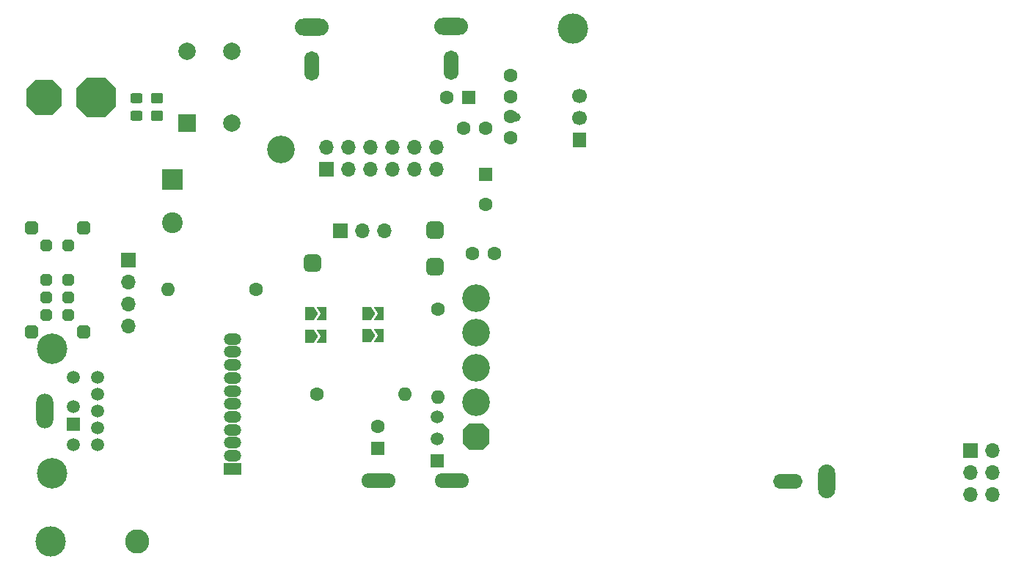
<source format=gts>
%TF.GenerationSoftware,KiCad,Pcbnew,(6.0.1)*%
%TF.CreationDate,2022-03-11T03:42:55-07:00*%
%TF.ProjectId,Power PCB Ver C -  TH - RF is 9 Pin Genesis Port V2,506f7765-7220-4504-9342-205665722043,rev?*%
%TF.SameCoordinates,Original*%
%TF.FileFunction,Soldermask,Top*%
%TF.FilePolarity,Negative*%
%FSLAX46Y46*%
G04 Gerber Fmt 4.6, Leading zero omitted, Abs format (unit mm)*
G04 Created by KiCad (PCBNEW (6.0.1)) date 2022-03-11 03:42:55*
%MOMM*%
%LPD*%
G01*
G04 APERTURE LIST*
G04 Aperture macros list*
%AMRoundRect*
0 Rectangle with rounded corners*
0 $1 Rounding radius*
0 $2 $3 $4 $5 $6 $7 $8 $9 X,Y pos of 4 corners*
0 Add a 4 corners polygon primitive as box body*
4,1,4,$2,$3,$4,$5,$6,$7,$8,$9,$2,$3,0*
0 Add four circle primitives for the rounded corners*
1,1,$1+$1,$2,$3*
1,1,$1+$1,$4,$5*
1,1,$1+$1,$6,$7*
1,1,$1+$1,$8,$9*
0 Add four rect primitives between the rounded corners*
20,1,$1+$1,$2,$3,$4,$5,0*
20,1,$1+$1,$4,$5,$6,$7,0*
20,1,$1+$1,$6,$7,$8,$9,0*
20,1,$1+$1,$8,$9,$2,$3,0*%
%AMOutline5P*
0 Free polygon, 5 corners , with rotation*
0 The origin of the aperture is its center*
0 number of corners: always 5*
0 $1 to $10 corner X, Y*
0 $11 Rotation angle, in degrees counterclockwise*
0 create outline with 5 corners*
4,1,5,$1,$2,$3,$4,$5,$6,$7,$8,$9,$10,$1,$2,$11*%
%AMOutline6P*
0 Free polygon, 6 corners , with rotation*
0 The origin of the aperture is its center*
0 number of corners: always 6*
0 $1 to $12 corner X, Y*
0 $13 Rotation angle, in degrees counterclockwise*
0 create outline with 6 corners*
4,1,6,$1,$2,$3,$4,$5,$6,$7,$8,$9,$10,$11,$12,$1,$2,$13*%
%AMOutline7P*
0 Free polygon, 7 corners , with rotation*
0 The origin of the aperture is its center*
0 number of corners: always 7*
0 $1 to $14 corner X, Y*
0 $15 Rotation angle, in degrees counterclockwise*
0 create outline with 7 corners*
4,1,7,$1,$2,$3,$4,$5,$6,$7,$8,$9,$10,$11,$12,$13,$14,$1,$2,$15*%
%AMOutline8P*
0 Free polygon, 8 corners , with rotation*
0 The origin of the aperture is its center*
0 number of corners: always 8*
0 $1 to $16 corner X, Y*
0 $17 Rotation angle, in degrees counterclockwise*
0 create outline with 8 corners*
4,1,8,$1,$2,$3,$4,$5,$6,$7,$8,$9,$10,$11,$12,$13,$14,$15,$16,$1,$2,$17*%
%AMFreePoly0*
4,1,6,1.000000,0.000000,0.500000,-0.750000,-0.500000,-0.750000,-0.500000,0.750000,0.500000,0.750000,1.000000,0.000000,1.000000,0.000000,$1*%
%AMFreePoly1*
4,1,6,0.500000,-0.750000,-0.650000,-0.750000,-0.150000,0.000000,-0.650000,0.750000,0.500000,0.750000,0.500000,-0.750000,0.500000,-0.750000,$1*%
G04 Aperture macros list end*
%ADD10O,4.000000X1.700000*%
%ADD11R,1.600000X1.600000*%
%ADD12C,1.600000*%
%ADD13R,1.599997X1.700000*%
%ADD14C,1.700000*%
%ADD15C,1.000000*%
%ADD16C,1.500000*%
%ADD17R,1.500000X1.500000*%
%ADD18R,2.400000X2.400000*%
%ADD19C,2.400000*%
%ADD20R,1.700000X1.700000*%
%ADD21O,1.700000X1.700000*%
%ADD22O,1.600000X1.600000*%
%ADD23O,1.950000X3.900000*%
%ADD24O,3.400000X1.700000*%
%ADD25RoundRect,0.500000X-0.500000X-0.500000X0.500000X-0.500000X0.500000X0.500000X-0.500000X0.500000X0*%
%ADD26Outline8P,-2.000000X1.000000X-1.000000X2.000000X1.000000X2.000000X2.000000X1.000000X2.000000X-1.000000X1.000000X-2.000000X-1.000000X-2.000000X-2.000000X-1.000000X0.000000*%
%ADD27Outline8P,-2.250000X1.125000X-1.125000X2.250000X1.125000X2.250000X2.250000X1.125000X2.250000X-1.125000X1.125000X-2.250000X-1.125000X-2.250000X-2.250000X-1.125000X0.000000*%
%ADD28FreePoly0,0.000000*%
%ADD29FreePoly1,0.000000*%
%ADD30R,2.000000X1.350000*%
%ADD31O,2.000000X1.350000*%
%ADD32R,1.508000X1.508000*%
%ADD33C,1.508000*%
%ADD34C,3.516000*%
%ADD35O,2.000000X4.000000*%
%ADD36RoundRect,0.250000X0.450000X-0.350000X0.450000X0.350000X-0.450000X0.350000X-0.450000X-0.350000X0*%
%ADD37R,2.000000X2.000000*%
%ADD38C,2.000000*%
%ADD39O,3.900000X1.950000*%
%ADD40O,1.700000X3.400000*%
%ADD41C,3.500000*%
%ADD42C,3.200000*%
%ADD43Outline8P,-1.550000X0.775000X-0.775000X1.550000X0.775000X1.550000X1.550000X0.775000X1.550000X-0.775000X0.775000X-1.550000X-0.775000X-1.550000X-1.550000X-0.775000X90.000000*%
%ADD44C,2.800000*%
%ADD45Outline8P,-0.700000X0.350000X-0.350000X0.700000X0.350000X0.700000X0.700000X0.350000X0.700000X-0.350000X0.350000X-0.700000X-0.350000X-0.700000X-0.700000X-0.350000X270.000000*%
%ADD46Outline8P,-0.800000X0.400000X-0.400000X0.800000X0.400000X0.800000X0.800000X0.400000X0.800000X-0.400000X0.400000X-0.800000X-0.400000X-0.800000X-0.800000X-0.400000X270.000000*%
%ADD47Outline8P,-0.800000X0.400000X-0.400000X0.800000X0.400000X0.800000X0.800000X0.400000X0.800000X-0.400000X0.400000X-0.800000X-0.400000X-0.800000X-0.800000X-0.400000X90.000000*%
%ADD48RoundRect,0.250000X-0.450000X0.325000X-0.450000X-0.325000X0.450000X-0.325000X0.450000X0.325000X0*%
G04 APERTURE END LIST*
D10*
%TO.C,J13*%
X166426100Y-129393600D03*
%TD*%
%TO.C,J13*%
X158026100Y-129393600D03*
%TD*%
D11*
%TO.C,C3*%
X170376100Y-93990949D03*
D12*
X170376100Y-97490949D03*
%TD*%
D13*
%TO.C,U1*%
X181226100Y-90033600D03*
D14*
X181226100Y-87493600D03*
X181226100Y-84953600D03*
%TD*%
D15*
%TO.C,REF\u002A\u002A*%
X173876100Y-87393600D03*
%TD*%
D16*
%TO.C,Q1*%
X164736100Y-122053600D03*
X164736100Y-124593600D03*
D17*
X164736100Y-127133600D03*
%TD*%
D18*
%TO.C,C1*%
X134226100Y-94569641D03*
D19*
X134226100Y-99569641D03*
%TD*%
D11*
%TO.C,C7*%
X168401100Y-85143600D03*
D12*
X165901100Y-85143600D03*
%TD*%
D20*
%TO.C,J16*%
X153586100Y-100493600D03*
D21*
X156126100Y-100493600D03*
X158666100Y-100493600D03*
%TD*%
D12*
%TO.C,R2*%
X164876100Y-109563600D03*
D22*
X164876100Y-119723600D03*
%TD*%
D20*
%TO.C,J14*%
X226326100Y-125899600D03*
D21*
X228866100Y-125899600D03*
X226326100Y-128439600D03*
X228866100Y-128439600D03*
X226326100Y-130979600D03*
X228866100Y-130979600D03*
%TD*%
D23*
%TO.C,J19*%
X209726100Y-129499600D03*
D24*
X205226100Y-129499600D03*
%TD*%
D25*
%TO.C,J12*%
X150376100Y-104243600D03*
%TD*%
%TO.C,J10*%
X164526100Y-104643600D03*
%TD*%
D20*
%TO.C,J6*%
X151976100Y-93418600D03*
D21*
X151976100Y-90878600D03*
X154516100Y-93418600D03*
X154516100Y-90878600D03*
X157056100Y-93418600D03*
X157056100Y-90878600D03*
X159596100Y-93418600D03*
X159596100Y-90878600D03*
X162136100Y-93418600D03*
X162136100Y-90878600D03*
X164676100Y-93418600D03*
X164676100Y-90878600D03*
%TD*%
D26*
%TO.C,J1*%
X119426100Y-85113598D03*
D27*
X125426102Y-85113598D03*
%TD*%
D28*
%TO.C,RJV-EXT1*%
X150029850Y-110078600D03*
D29*
X151479850Y-110078600D03*
%TD*%
D20*
%TO.C,J4*%
X129126100Y-103893600D03*
D21*
X129126100Y-106433600D03*
X129126100Y-108973600D03*
X129126100Y-111513600D03*
%TD*%
D25*
%TO.C,J11*%
X164526100Y-100393600D03*
%TD*%
D30*
%TO.C,J3*%
X141126100Y-128018600D03*
D31*
X141126100Y-126518600D03*
X141126100Y-125018600D03*
X141126100Y-123518600D03*
X141126100Y-122018600D03*
X141126100Y-120518600D03*
X141126100Y-119018600D03*
X141126100Y-117518600D03*
X141126100Y-116018600D03*
X141126100Y-114518600D03*
X141126100Y-113018600D03*
%TD*%
D32*
%TO.C,J20*%
X122802100Y-122827600D03*
D33*
X122802100Y-120827600D03*
X122802100Y-125227600D03*
X125602100Y-123277600D03*
X125602100Y-121327600D03*
X122802100Y-117427600D03*
X125602100Y-125227600D03*
X125602100Y-119377600D03*
X125602100Y-117427600D03*
D34*
X120352100Y-128552600D03*
X120352100Y-114102600D03*
D35*
X119452100Y-121327600D03*
%TD*%
D36*
%TO.C,R5*%
X132456100Y-87203600D03*
X132456100Y-85203600D03*
%TD*%
D11*
%TO.C,C8*%
X157926100Y-125643600D03*
D12*
X157926100Y-123143600D03*
%TD*%
%TO.C,R6*%
X143836100Y-107303600D03*
D22*
X133676100Y-107303600D03*
%TD*%
D37*
%TO.C,D1*%
X135926100Y-88036100D03*
D38*
X141026100Y-88036100D03*
X141026100Y-79786100D03*
X135926100Y-79786100D03*
%TD*%
D39*
%TO.C,J17*%
X166418100Y-76877600D03*
D40*
X166418100Y-81377600D03*
%TD*%
D12*
%TO.C,C5*%
X173226100Y-82543600D03*
X173226100Y-85043600D03*
%TD*%
D41*
%TO.C,*%
X180476100Y-77113600D03*
%TD*%
%TO.C,*%
X120126100Y-136393600D03*
%TD*%
D42*
%TO.C,J2*%
X169226100Y-116313600D03*
X169226100Y-108313600D03*
X169226100Y-120313600D03*
X169226100Y-112313597D03*
D43*
X169226100Y-124313600D03*
%TD*%
D28*
%TO.C,RJA-EXT1*%
X156644850Y-110058600D03*
D29*
X158094850Y-110058600D03*
%TD*%
D42*
%TO.C,GND*%
X146756100Y-91113600D03*
%TD*%
D28*
%TO.C,RJA-INT1*%
X156644850Y-112658600D03*
D29*
X158094850Y-112658600D03*
%TD*%
D44*
%TO.C,*%
X130126100Y-136393600D03*
%TD*%
D12*
%TO.C,C2*%
X168876100Y-103143600D03*
X171376100Y-103143600D03*
%TD*%
D39*
%TO.C,J18*%
X150272100Y-76971600D03*
D40*
X150272100Y-81471600D03*
%TD*%
D12*
%TO.C,C6*%
X170326100Y-88643600D03*
X167826100Y-88643600D03*
%TD*%
%TO.C,C4*%
X173226100Y-87293600D03*
X173226100Y-89793600D03*
%TD*%
D28*
%TO.C,RJV-INT1*%
X150029850Y-112678600D03*
D29*
X151479850Y-112678600D03*
%TD*%
D22*
%TO.C,R4*%
X161006100Y-119393600D03*
D12*
X150846100Y-119393600D03*
%TD*%
D45*
%TO.C,SW1*%
X122176100Y-102213600D03*
X119676100Y-106213600D03*
X119676100Y-108213600D03*
X119676100Y-110213600D03*
X122176100Y-106213600D03*
X122176100Y-108213600D03*
X122176100Y-110213600D03*
X119676100Y-102213600D03*
D46*
X117926100Y-100213600D03*
D47*
X117926100Y-112213600D03*
X123926100Y-112213600D03*
D46*
X123926100Y-100213600D03*
%TD*%
D48*
%TO.C,D3*%
X130036100Y-85178600D03*
X130036100Y-87228600D03*
%TD*%
M02*

</source>
